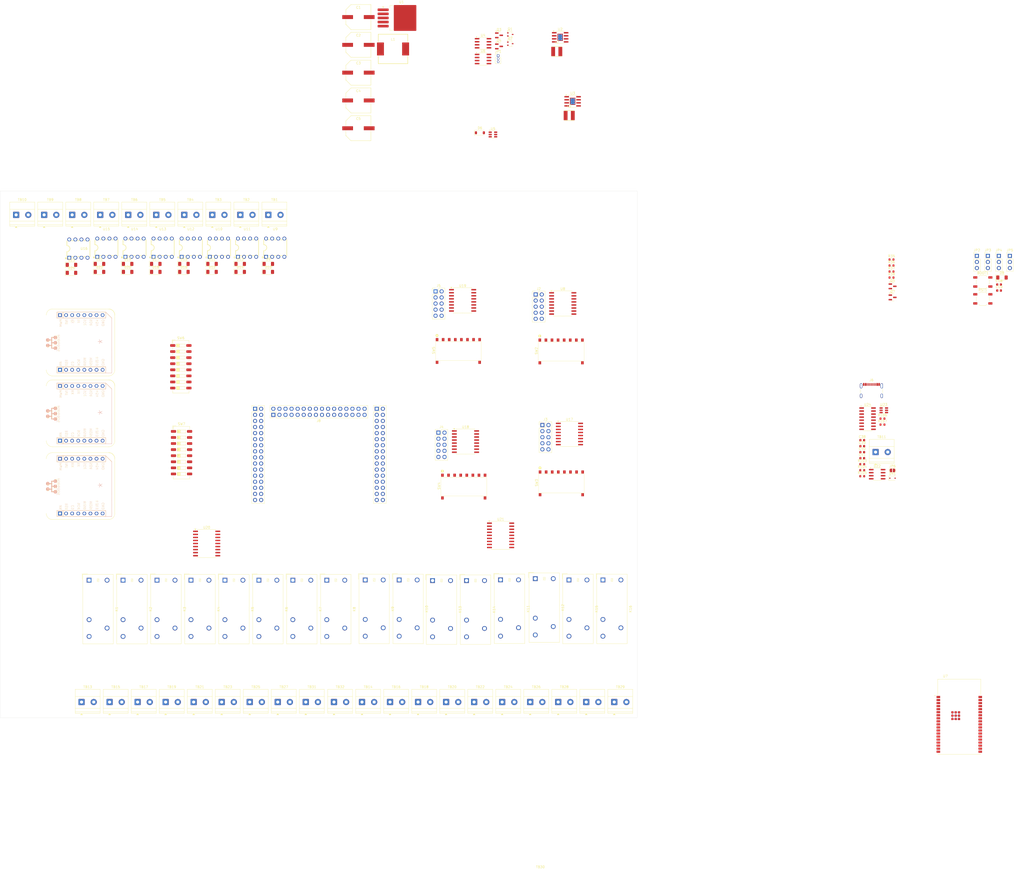
<source format=kicad_pcb>
(kicad_pcb (version 20241229) (generator "pcbnew") (generator_version "9.0")
  (layers (0 "F.Cu" signal) (2 "B.Cu" signal) (13 "F.Paste" user) (15 "B.Paste" user) (5 "F.SilkS" user "F.Silkscreen") (7 "B.SilkS" user "B.Silkscreen") (1 "F.Mask" user) (3 "B.Mask" user) (25 "Edge.Cuts" user))
  (net 0 "")
  (net 1 "/Power Supply/Buck 12V/Vin")
  (net 2 "/IO/IO PortA/P3")
  (net 3 "/Power Supply/Buck 12V/Vout")
  (net 4 "VPP")
  (net 5 "Net-(D6-Pad2)")
  (net 6 "+3V3")
  (net 7 "/Power Supply/V_REF")
  (net 8 "/Power Supply/Programable Voltage Reference/VREF")
  (net 9 "Net-(D5-K)")
  (net 10 "Net-(U2-SW)")
  (net 11 "+5V")
  (net 12 "Net-(U3-SW)")
  (net 13 "/Power Supply/VPP_en")
  (net 14 "/USB-SERIAL/DBG_UART.DTR")
  (net 15 "/IO/Inputs/RAW_A0")
  (net 16 "/IO/Inputs/RAW_A1")
  (net 17 "Net-(D9-K)")
  (net 18 "Net-(Q3-G)")
  (net 19 "Net-(D7-K)")
  (net 20 "/Power Supply/VPP_CONN_RST")
  (net 22 "Net-(U1-FB)")
  (net 23 "Net-(U2-INH(EN))")
  (net 24 "+12V")
  (net 25 "Net-(U2-VFB)")
  (net 26 "Net-(U3-INH(EN))")
  (net 27 "Net-(U3-VFB)")
  (net 28 "Net-(U4A-INA-)")
  (net 29 "Net-(U4B-INB+)")
  (net 30 "/Power Supply/VPP_DAC")
  (net 31 "Net-(U4A-OUTA)")
  (net 32 "/IO/Inputs/RAW_A4")
  (net 33 "/Power Supply/VREF_DAC_SCL")
  (net 34 "/Power Supply/Programable Voltage Reference/VREF_4.096V")
  (net 35 "/Power Supply/VREF_DAC_SDA")
  (net 36 "Net-(D10-K)")
  (net 37 "Net-(D11-K)")
  (net 38 "/IO/Inputs/RAW_A5")
  (net 39 "/IO/Inputs/RAW_A2")
  (net 40 "Net-(D12-K)")
  (net 41 "/IO/Inputs/RAW_A3")
  (net 42 "Net-(D13-K)")
  (net 43 "Net-(D14-K)")
  (net 44 "/IO/Inputs/RAW_A6")
  (net 45 "Net-(D15-K)")
  (net 46 "/IO/Inputs/RAW_A7")
  (net 47 "/IO/Inputs/RAW_B0")
  (net 48 "Net-(D16-K)")
  (net 49 "/IO/Inputs/RAW_B1")
  (net 50 "Net-(D17-K)")
  (net 51 "/IO/Inputs/RAW_B2")
  (net 52 "Net-(D18-K)")
  (net 53 "Net-(D19-K)")
  (net 54 "/IO/Inputs/RAW_B3")
  (net 55 "/IO/Inputs/RAW_B4")
  (net 56 "Net-(D20-K)")
  (net 57 "Net-(D21-K)")
  (net 58 "/IO/Inputs/RAW_B5")
  (net 59 "/IO/Inputs/RAW_B6")
  (net 60 "Net-(D22-K)")
  (net 61 "/IO/Inputs/RAW_B7")
  (net 62 "Net-(D23-K)")
  (net 63 "/IO/IO PortA/P1")
  (net 64 "/IO/IO PortA/P2")
  (net 65 "/IO/IO PortA/P6")
  (net 66 "/IO/IO PortA/P0")
  (net 67 "/IO/IO PortA/P4")
  (net 68 "/IO/IO PortA/P7")
  (net 69 "/IO/IO PortA/P5")
  (net 70 "/IO/IO PortB/P1")
  (net 71 "/IO/IO PortB/P5")
  (net 72 "/IO/IO PortB/P7")
  (net 73 "/IO/IO PortB/P3")
  (net 74 "/IO/IO PortB/P6")
  (net 75 "/IO/IO PortB/P4")
  (net 76 "/IO/IO PortB/P0")
  (net 77 "/IO/IO PortB/P2")
  (net 78 "/IO/IO PortC/P7")
  (net 79 "/IO/IO PortC/P1")
  (net 80 "/IO/IO PortC/P3")
  (net 81 "/IO/IO PortC/P2")
  (net 82 "/IO/IO PortC/P4")
  (net 83 "/IO/IO PortC/P5")
  (net 84 "/IO/IO PortC/P6")
  (net 85 "/IO/IO PortC/P0")
  (net 86 "/IO/IO PortD/P2")
  (net 87 "/IO/IO PortD/P6")
  (net 88 "/IO/IO PortD/P3")
  (net 89 "/IO/IO PortD/P5")
  (net 90 "/IO/IO PortD/P4")
  (net 91 "/IO/IO PortD/P0")
  (net 92 "/IO/IO PortD/P7")
  (net 93 "/IO/IO PortD/P1")
  (net 94 "/IO/Output PortC/NC0")
  (net 95 "Net-(Q1-G)")
  (net 96 "Net-(Q1-D)")
  (net 97 "Net-(Q1-S)")
  (net 98 "Net-(Q2-C)")
  (net 99 "Net-(U22-Vref)")
  (net 100 "/IO/I2C.SDA")
  (net 101 "/Can Bus/CAN_L")
  (net 102 "/IO/I2C.SCL")
  (net 103 "/IO/Inputs/Isolated Input/IVCC")
  (net 104 "Net-(U6-FEEDBACK)")
  (net 105 "/IO/Output PortC/COMM0")
  (net 106 "/IO/IO_INTR0")
  (net 107 "/IO/Output PortC/REL0")
  (net 108 "/IO/Output PortC/NO0")
  (net 109 "/IO/Output PortC/Relay Circuit1/Coil")
  (net 110 "Net-(J6-CC2)")
  (net 111 "Net-(J6-VBUS-PadA4)")
  (net 112 "/IO/Output PortC/Relay Circuit1/COMM")
  (net 113 "/IO/Output PortC/NO2")
  (net 114 "/IO/Output PortC/REL2")
  (net 115 "/IO/Output PortC/NC2")
  (net 116 "/IO/Output PortC/REL3")
  (net 117 "/IO/Output PortC/NO3")
  (net 118 "/IO/Output PortC/COMM1")
  (net 119 "/IO/Output PortC/NC3")
  (net 120 "/IO/Output PortC/NC4")
  (net 121 "/IO/Output PortC/REL4")
  (net 122 "/IO/Output PortC/REL5")
  (net 123 "/IO/Output PortC/NO5")
  (net 124 "/IO/Output PortC/NC5")
  (net 125 "/IO/Output PortC/Relay Circuit6/COMM")
  (net 126 "/IO/Output PortC/NC6")
  (net 127 "/IO/Output PortC/REL6")
  (net 128 "/IO/Output PortC/NO6")
  (net 129 "/IO/Output PortC/REL7")
  (net 130 "/IO/Output PortC/NC7")
  (net 131 "/IO/Output PortC/NO7")
  (net 132 "/IO/Output PortD/NO0")
  (net 133 "/IO/Output PortD/REL0")
  (net 134 "/IO/Output PortD/COMM0")
  (net 135 "/IO/Output PortD/NC0")
  (net 136 "/IO/Output PortD/Relay Circuit1/Coil")
  (net 137 "/IO/Output PortD/Relay Circuit1/COMM")
  (net 138 "Net-(U24-UD-)")
  (net 140 "/IO/Output PortD/REL2")
  (net 141 "/IO/Output PortD/NC2")
  (net 142 "/IO/Output PortD/NO2")
  (net 143 "/IO/Output PortD/COMM1")
  (net 144 "/IO/Output PortD/REL3")
  (net 145 "/IO/Output PortD/NC3")
  (net 146 "/IO/Output PortD/NO3")
  (net 147 "/IO/Output PortD/REL4")
  (net 148 "/IO/Output PortD/NC4")
  (net 149 "/IO/Output PortD/NC5")
  (net 150 "/IO/Output PortD/NO5")
  (net 151 "/IO/Output PortD/REL5")
  (net 152 "/IO/Output PortD/REL6")
  (net 153 "/IO/Output PortD/Relay Circuit6/COMM")
  (net 154 "/IO/Output PortD/NC6")
  (net 155 "/IO/Output PortD/NO6")
  (net 156 "/IO/Output PortD/NC7")
  (net 157 "/IO/Output PortD/REL7")
  (net 158 "/IO/Output PortD/NO7")
  (net 159 "/IO/IO PortA/ADDR[0..2]")
  (net 160 "/IO/IO PortB/ADDR[0..2]")
  (net 161 "/IO/IO PortB/INTR_N")
  (net 162 "/IO/IO_INTR1")
  (net 163 "/IO/IO PortC/ADDR[0..2]")
  (net 164 "/IO/IO PortD/ADDR[0..2]")
  (net 165 "/IO/IO PortD/INTR_N")
  (net 166 "/IO/Output PortC/OUT4")
  (net 167 "/IO/Output PortC/OUT1")
  (net 168 "/IO/Output PortC/OUT3")
  (net 169 "/IO/Output PortC/REL1")
  (net 170 "/IO/Output PortC/OUT2")
  (net 171 "/IO/Output PortC/OUT0")
  (net 172 "/IO/Output PortC/OUT5")
  (net 173 "/IO/Output PortC/OUT7")
  (net 174 "/IO/Output PortC/OUT6")
  (net 175 "/IO/Output PortD/REL1")
  (net 176 "/MCU/JTAG.TDI")
  (net 177 "Net-(D24-K)")
  (net 178 "/MCU/JTAG.TMS")
  (net 180 "/Can Bus/CAN_H")
  (net 181 "Net-(U7-NC-Pad27)")
  (net 182 "/MCU/GPI.34")
  (net 183 "/MikroBUS Socket 0/PWM")
  (net 184 "/USB-SERIAL/DBG_UART.RTS")
  (net 185 "Net-(D8-A)")
  (net 186 "/MCU/VSPI.CS0")
  (net 188 "/MCU/GPI.35")
  (net 189 "/MCU/I2C1.SDA")
  (net 190 "Net-(U24-UD+)")
  (net 191 "/MikroBUS Socket 0/INTR")
  (net 194 "/MCU/JTAG.TDO")
  (net 195 "/MCU/GPI.36")
  (net 196 "/MCU/GPI.39")
  (net 198 "/MikroBUS Socket 0/UART.RX")
  (net 199 "/MikroBUS Socket 0/ANALOG")
  (net 201 "/MCU/I2C1.SCL")
  (net 204 "/MCU/JTAG.TCK")
  (net 205 "/MikroBUS Socket 0/RTS")
  (net 206 "/MikroBUS Socket 0/UART.TX")
  (net 207 "Net-(J6-CC1)")
  (net 208 "/IO/Output PortD/OUT5")
  (net 209 "/IO/Output PortD/OUT0")
  (net 210 "/IO/Output PortD/OUT6")
  (net 211 "/IO/Output PortD/OUT1")
  (net 212 "/IO/Output PortD/OUT4")
  (net 213 "/IO/Output PortD/OUT3")
  (net 214 "/IO/Output PortD/OUT2")
  (net 215 "/IO/Output PortD/OUT7")
  (net 216 "/MCU/VSPI.CS1")
  (net 217 "/MikroBUS Socket 1/ANALOG")
  (net 218 "/MikroBUS Socket 1/UART.RX")
  (net 219 "/MikroBUS Socket 1/UART.TX")
  (net 220 "/MikroBUS Socket 1/RTS")
  (net 221 "/MikroBUS Socket 1/INTR")
  (net 222 "/MikroBUS Socket 1/PWM")
  (net 223 "/MikroBUS Socket 2/ANALOG")
  (net 224 "/IO/Output PortC/NO1")
  (net 225 "/MikroBUS Socket 2/UART.RX")
  (net 226 "/MikroBUS Socket 2/RTS")
  (net 227 "/IO/Output PortC/NC1")
  (net 228 "/IO/Output PortD/NC1")
  (net 229 "/MikroBUS Socket 2/PWM")
  (net 230 "/IO/Output PortD/NO1")
  (net 231 "/MikroBUS Socket 2/INTR")
  (net 232 "/MikroBUS Socket 2/UART.TX")
  (net 233 "/MCU/IO33")
  (net 234 "Net-(D41-K)")
  (net 235 "/Can Bus/CAN.RX")
  (net 236 "/MCU/HSPI.CS")
  (net 237 "/MCU/IO15")
  (net 238 "/VSPI.CS0")
  (net 239 "/MCU/HSPI.SCK")
  (net 240 "/VSPI.CS1")
  (net 241 "/MCU/HSPI.MOSI")
  (net 242 "/MCU/HSPI.MISO")
  (net 244 "Net-(JP6-A)")
  (net 245 "/MCU/I2C0.SDA")
  (net 246 "/MCU/I2C0.SCL")
  (net 247 "/Can Bus/CAN.TX")
  (net 248 "Net-(U22-D)")
  (net 249 "/MCU/VSPI.MOSI")
  (net 250 "/MCU/IO32")
  (net 252 "/MCU/VSPI.MISO")
  (net 253 "/MCU/VSPI.SCK")
  (net 261 "Net-(U24-XO)")
  (net 264 "Net-(U24-XI)")
  (net 357 "Net-(JP3-C)")
  (net 358 "Net-(JP4-C)")
  (net 359 "/USB-SERIAL/DBG_UART.RX")
  (net 360 "/USB-SERIAL/DBG_UART.TX")
  (footprint "Relay_THT:Relay_SPDT_Omron_G2RL-1" (layer "F.Cu") (at 228.75 187.9)
    (property "Reference" "K9")
    (property "Value" "G2RL-1")
  )
  (footprint "Relay_THT:Relay_SPDT_Omron_G2RL-1" (layer "F.Cu") (at 156 188)
    (property "Reference" "K4")
    (property "Value" "G2RL-1")
  )
  (footprint "Connector_PinHeader_2.54mm:PinHeader_2x05_P2.54mm_Vertical" (layer "F.Cu") (at 299.9 68.66)
    (property "Reference" "J2")
    (property "Value" "Conn_02x05_Odd_Even")
  )
  (footprint "Diode_SMD:D_MiniMELF" (layer "F.Cu") (at 164.798929 59.23)
    (property "Reference" "D12")
    (property "Value" "LL4148")
  )
  (footprint "Connectors:mcu_conn" (layer "F.Cu") (at 209.3 136.4)
    (property "Reference" "J8")
    (property "Value" "MCU_MODULE_CONN")
  )
  (footprint "TerminalBlock_Phoenix:TerminalBlock_Phoenix_MKDS-1,5-2-5.08_1x02_P5.08mm_Horizontal" (layer "F.Cu") (at 441.795 134.485)
    (property "Reference" "TB11")
    (property "Value" "MKDSN 1,5/ 2-5,08")
  )
  (footprint "TerminalBlock_Phoenix:TerminalBlock_Phoenix_MKDS-1,5-2-5.08_1x02_P5.08mm_Horizontal" (layer "F.Cu") (at 94.7 35.4)
    (property "Reference" "TB9")
    (property "Value" "MKDSN 1,5/ 2-5,08")
  )
  (footprint "Connector_PinHeader_1.27mm:PinHeader_1x03_P1.27mm_Vertical" (layer "F.Cu") (at 284.2225 -31.075)
    (property "Reference" "JP1")
    (property "Value" "REF-SEL")
  )
  (footprint "Relay_THT:Relay_SPDT_Omron_G2RL-1" (layer "F.Cu") (at 313.8 187.9)
    (property "Reference" "K15")
    (property "Value" "G2RL-1")
  )
  (footprint "ICs:PDIP-8_L9.6-W6.4-P2.54-LS7.9-BL" (layer "F.Cu") (at 144.185357 49.11)
    (property "Reference" "U13")
    (property "Value" "HCPL2630SDVM")
  )
  (footprint "TerminalBlock_Phoenix:TerminalBlock_Phoenix_MKDS-1,5-2-5.08_1x02_P5.08mm_Horizontal" (layer "F.Cu") (at 227.4 238.9)
    (property "Reference" "TB14")
    (property "Value" "MKDSN 1,5/ 2-5,08")
  )
  (footprint "Relay_THT:Relay_SPDT_Omron_G2RL-1" (layer "F.Cu") (at 285.2375 187.8625)
    (property "Reference" "K11")
    (property "Value" "G2RL-1")
  )
  (footprint "Resistor_SMD:R_0603_1608Metric" (layer "F.Cu") (at 444.675 123.015)
    (property "Reference" "R107")
    (property "Value" "5K1")
  )
  (footprint "Connector_PinHeader_2.54mm:PinHeader_1x03_P2.54mm_Vertical" (layer "F.Cu") (at 497.855 52.535)
    (property "Reference" "JP5")
    (property "Value" "Jumper_3_Open")
  )
  (footprint "ICs:PDIP-8_L9.6-W6.4-P2.54-LS7.9-BL" (layer "F.Cu") (at 191.1725 49.11)
    (property "Reference" "U9")
    (property "Value" "HCPL2630SDVM")
  )
  (footprint "Resistor_SMD:R_0603_1608Metric" (layer "F.Cu") (at 436.225 144.565)
    (property "Reference" "R105")
    (property "Value" "4K7")
  )
  (footprint "Package_SO:SOIC-18W_7.5x11.6mm_P1.27mm" (layer "F.Cu") (at 285.25 169.27)
    (property "Reference" "U21")
    (property "Value" "ULN2803A")
  )
  (footprint "Button_Switch_SMD:SW_SPST_TL3342" (layer "F.Cu") (at 486.565 63.435)
    (property "Reference" "BOOT1")
    (property "Value" "TL3342F160QG")
  )
  (footprint "Passive:CAP-SMD_BD10.0-L10.3-W10.3-LS10.9-FD" (layer "F.Cu") (at 225.9 -12.39)
    (property "Reference" "C4")
    (property "Value" "330uF")
  )
  (footprint "Diode_SMD:D_MiniMELF" (layer "F.Cu") (at 141.305357 59.23)
    (property "Reference" "D18")
    (property "Value" "LL4148")
  )
  (footprint "TerminalBlock_Phoenix:TerminalBlock_Phoenix_MKDS-1,5-2-5.08_1x02_P5.08mm_Horizontal" (layer "F.Cu") (at 168.82 238.9)
    (property "Reference" "TB23")
    (property "Value" "MKDSN 1,5/ 2-5,08")
  )
  (footprint "Passive:CAP-SMD_BD10.0-L10.3-W10.3-LS10.9-FD" (layer "F.Cu") (at 225.9 -47.22)
    (property "Reference" "C1")
    (property "Value" "330uF")
  )
  (footprint "Resistor_SMD:R_0603_1608Metric" (layer "F.Cu") (at 436.225 139.545)
    (property "Reference" "R103")
    (property "Value" "2K")
  )
  (footprint "Connector_PinHeader_2.54mm:PinHeader_1x03_P2.54mm_Vertical" (layer "F.Cu") (at 488.675 52.535)
    (property "Reference" "JP3")
    (property "Value" "Jumper_3_Open")
  )
  (footprint "TerminalBlock_Phoenix:TerminalBlock_Phoenix_MKDS-1,5-2-5.08_1x02_P5.08mm_Horizontal" (layer "F.Cu") (at 122.02 238.9)
    (property "Reference" "TB15")
    (property "Value" "MKDSN 1,5/ 2-5,08")
  )
  (footprint "Diode_SMD:D_SOD-123" (layer "F.Cu") (at 276.6175 1.105)
    (property "Reference" "D6")
    (property "Value" "PMEG3010ER,115")
  )
  (footprint "TerminalBlock_Phoenix:TerminalBlock_Phoenix_MKDS-1,5-2-5.08_1x02_P5.08mm_Horizontal" (layer "F.Cu") (at 321 238.9)
    (property "Reference" "TB30")
    (property "Value" "MKDSN 1,5/ 2-5,08")
  )
  (footprint "TerminalBlock_Phoenix:TerminalBlock_Phoenix_MKDS-1,5-2-5.08_1x02_P5.08mm_Horizontal" (layer "F.Cu") (at 141.5 35.4)
    (property "Reference" "TB5")
    (property "Value" "MKDSN 1,5/ 2-5,08")
  )
  (footprint "Connectors:TDS08SGRNTU04" (layer "F.Cu") (at 315.6 92.7)
    (property "Reference" "SW2")
    (property "Value" "TDS08SGRNTU04")
  )
  (footprint "Diode_SMD:D_SOD-323F" (layer "F.Cu") (at 448.85 145.395)
    (property "Reference" "D41")
    (property "Value" "BAT54J")
  )
  (footprint "Connector_PinHeader_2.54mm:PinHeader_1x03_P2.54mm_Vertical" (layer "F.Cu") (at 493.265 52.535)
    (property "Reference" "JP4")
    (property "Value" "Jumper_3_Open")
  )
  (footprint "ICs:PDIP-8_L9.6-W6.4-P2.54-LS7.9-BL" (layer "F.Cu") (at 179.425714 49.11)
    (property "Reference" "U11")
    (property "Value" "HCPL2630SDVM")
  )
  (footprint "Package_SO:SOIC-18W_7.5x11.6mm_P1.27mm" (layer "F.Cu") (at 162.55 172.68)
    (property "Reference" "U20")
    (property "Value" "ULN2803A")
  )
  (footprint "Relay_THT:Relay_SPDT_Omron_G2RL-1" (layer "F.Cu") (at 170.175 188)
    (property "Reference" "K5")
    (property "Value" "G2RL-1")
  )
  (footprint "Button_Switch_SMD:SW_SPST_TL3342" (layer "F.Cu") (at 486.565 70.485)
    (property "Reference" "RST1")
    (property "Value" "TL3342F160QG")
  )
  (footprint "Capacitor_SMD:C_0603_1608Metric" (layer "F.Cu") (at 493.345 64.505)
    (property "Reference" "C48")
    (property "Value" "10nF")
  )
  (footprint "Diode_SMD:D_MiniMELF" (layer "F.Cu") (at 106.12 59.62)
    (property "Reference" "D24")
    (property "Value" "LL4148")
  )
  (footprint "Relay_THT:Relay_SPDT_Omron_G2RL-1" (layer "F.Cu") (at 113.475 188)
    (property "Reference" "K1")
    (property "Value" "G2RL-1")
  )
  (footprint "Package_TO_SOT_SMD:SOT-23" (layer "F.Cu") (at 284.6025 -39.59)
    (property "Reference" "Q3")
    (property "Value" "DMN2058U-7")
  )
  (footprint "Package_TO_SOT_SMD:SOT-23" (layer "F.Cu") (at 284.6025 -34.965)
    (property "Reference" "Q4")
    (property "Value" "DMN2058U-7")
  )
  (footprint "Relay_THT:Relay_SPDT_Omron_G2RL-1" (layer "F.Cu") (at 198.525 188)
    (property "Reference" "K7")
    (property "Value" "G2RL-1")
  )
  (footprint "Relay_THT:Relay_SPDT_Omron_G2RL-1" (layer "F.Cu") (at 184.35 188)
    (property "Reference" "K6")
    (property "Value" "G2RL-1")
  )
  (footprint "Relay_THT:Relay_SPDT_Omron_G2RL-1" (layer "F.Cu") (at 299.7375 187.3625)
    (property "Reference" "K12")
    (property "Value" "G2RL-1")
  )
  (footprint "Package_TO_SOT_SMD:SOT-23-6" (layer "F.Cu") (at 445.245 117.03)
    (property "Reference" "U23")
    (property "Value" "USBLC6-2SC6")
  )
  (footprint "Capacitor_SMD:C_0603_1608Metric" (layer "F.Cu") (at 493.345 67.015)
    (property "Reference" "C49")
    (property "Value" "10nF")
  )
  (footprint "TerminalBlock_Phoenix:TerminalBlock_Phoenix_MKDS-1,5-2-5.08_1x02_P5.08mm_Horizontal" (layer "F.Cu") (at 188.3 35.4)
    (property "Reference" "TB1")
    (property "Value" "MKDSN 1,5/ 2-5,08")
  )
  (footprint "Diode_SMD:D_MiniMELF" (layer "F.Cu") (at 188.2925 59.23)
    (property "Reference" "D10")
    (property "Value" "LL4148")
  )
  (footprint "Passive:CAP-SMD_BD10.0-L10.3-W10.3-LS10.9-FD" (layer "F.Cu") (at 225.9 -0.78)
    (property "Reference" "C5")
    (property "Value" "330uF")
  )
  (footprint "Resistor_SMD:R_0603_1608Metric" (layer "F.Cu") (at 448.445 59.085)
    (property "Reference" "R37")
    (property "Value" "4K7")
  )
  (footprint "Diode_SMD:D_MiniMELF" (layer "F.Cu") (at 176.545714 55.89)
    (property "Reference" "D13")
    (property "Value" "LL4148")
  )
  (footprint "TerminalBlock_Phoenix:TerminalBlock_Phoenix_MKDS-1,5-2-5.08_1x02_P5.08mm_Horizontal" (layer "F.Cu") (at 297.6 238.9)
    (property "Reference" "TB26")
    (property "Value" "MKDSN 1,5/ 2-5,08")
  )
  (footprint "TerminalBlock_Phoenix:TerminalBlock_Phoenix_MKDS-1,5-2-5.08_1x02_P5.08mm_Horizontal" (layer "F.Cu") (at 176.6 35.4)
    (property "Reference" "TB2")
    (property "Value" "MKDSN 1,5/ 2-5,08")
  )
  (footprint "TerminalBlock_Phoenix:TerminalBlock_Phoenix_MKDS-1,5-2-5.08_1x02_P5.08mm_Horizontal" (layer "F.Cu") (at 332.7 238.9)
    (property "Reference" "TB29")
    (property "Value" "MKDSN 1,5/ 2-5,08")
  )
  (footprint "TerminalBlock_Phoenix:TerminalBlock_Phoenix_MKDS-1,5-2-5.08_1x02_P5.08mm_Horizontal" (layer "F.Cu") (at 203.92 238.9)
    (property "Reference" "TB31")
    (property "Value" "MKDSN 1,5/ 2-5,08")
  )
  (footprint "Package_TO_SOT_SMD:SOT-323_SC-70" (layer "F.Cu") (at 289.2825 -39.96)
    (property "Reference" "Q1")
    (property "Value" "DMP2160UW-7")
  )
  (footprint "Package_TO_SOT_SMD:TO-263-5_TabPin3" (layer "F.Cu") (at 243.875 -46.85)
    (property "Reference" "U1")
    (property "Value" "LM2575-12BU")
  )
  (footprint "TerminalBlock_Phoenix:TerminalBlock_Phoenix_MKDS-1,5-2-5.08_1x02_P5.08mm_Horizontal" (layer "F.Cu") (at 118.1 35.4)
    (property "Reference" "TB7")
    (property "Value" "MKDSN 1,5/ 2-5,08")
  )
  (footprint "Diode_SMD:D_MiniMELF" (layer "F.Cu") (at 176.545714 59.23)
    (property "Reference" "D14")
    (property "Value" "LL4148")
  )
  (footprint "ICs:PDIP-8_L9.6-W6.4-P2.54-LS7.9-BL" (layer "F.Cu") (at 120.691786 49.11)
    (property "Reference" "U15")
    (property "Value" "HCPL2630SDVM")
  )
  (footprint "Button_Switch_SMD:SW_DIP_SPSTx08_Slide_6.7x21.88mm_W6.73mm_P2.54mm_LowProfile_JPin" (layer "F.Cu") (at 151.765 98.85)
    (property "Reference" "SW6")
    (property "Value" "SW_DIP_x08")
  )
  (footprint "ICs:PDIP-8_L9.6-W6.4-P2.54-LS7.9-BL" (layer "F.Cu") (at 155.932143 49.11)
    (property "Reference" "U12")
    (property "Value" "HCPL2630SDVM")
  )
  (footprint "Capacitor_SMD:C_0603_1608Metric" (layer "F.Cu") (at 436.225 129.505)
    (property "Reference" "C38")
    (property "Value" "30pF 50v")
  )
  (footprint "Connectors:MIKROBUS_HOST_CONN" (layer "F.Cu") (at 101.3275 129.73 90)
    (property "Reference" "CON2" (hide yes))
    (property "Value" "MIKROBUS_HOST_CONN" (hide yes))
  )
  (footprint "Connectors:TDS08SGRNTU04" (layer "F.Cu") (at 274.95 149.145343)
    (property "Reference" "SW4")
    (property "Value" "TDS08SGRNTU04")
  )
  (footprint "TerminalBlock_Phoenix:TerminalBlock_Phoenix_MKDS-1,5-2-5.08_1x02_P5.08mm_Horizontal" (layer "F.Cu") (at 164.9 35.4)
    (property "Reference" "TB3")
    (property "Value" "MKDSN 1,5/ 2-5,08")
  )
  (footprint "TerminalBlock_Phoenix:TerminalBlock_Phoenix_MKDS-1,5-2-5.08_1x02_P5.08mm_Horizontal" (layer "F.Cu") (at 133.72 238.9)
    (property "Reference" "TB17")
    (property "Value" "MKDSN 1,5/ 2-5,08")
  )
  (footprint "TerminalBlock_Phoenix:TerminalBlock_Phoenix_MKDS-1,5-2-5.08_1x02_P5.08mm_Horizontal" (layer "F.Cu") (at 83 35.4)
    (property "Reference" "TB10")
    (property "Value" "MKDSN 1,5/ 2-5,08")
  )
  (footprint "TerminalBlock_Phoenix:TerminalBlock_Phoenix_MKDS-1,5-2-5.08_1x02_P5.08mm_Horizontal" (layer "F.Cu") (at 106.4 35.4)
    (property "Reference" "TB8")
    (property "Value" "MKDSN 1,5/ 2-5,08")
  )
  (footprint "TerminalBlock_Phoenix:TerminalBlock_Phoenix_MKDS-1,5-2-5.08_1x02_P5.08mm_Horizontal" (layer "F.Cu") (at 129.8 35.4)
    (property "Reference" "TB6")
    (property "Value" "MKDSN 1,5/ 2-5,08")
  )
  (footprint "Diode_SMD:D_MiniMELF" (layer "F.Cu") (at 117.811786 59.23)
    (property "Reference" "D22")
    (property "Value" "LL4148")
  )
  (footprint "Connector_USB:USB_C_Receptacle_GCT_USB4105-xx-A_16P_TopMnt_Horizontal" (layer "F.Cu") (at 440.065 109.925)
    (property "Reference" "J6")
    (property "Value" "USB_C_Receptacle")
  )
  (footprint "Resistor_SMD:R_0603_1608Metric" (layer "F.Cu") (at 436.225 142.055)
    (property "Reference" "R104")
    (property "Value" "4K7")
  )
  (footprint "Button_Switch_SMD:SW_DIP_SPSTx08_Slide_6.7x21.88mm_W6.73mm_P2.54mm_LowProfile_JPin" (layer "F.Cu") (at 152.065 134.73)
    (property "Reference" "SW7")
    (property "Value" "SW_DIP_x08")
  )
  (footprint "TerminalBlock_Phoenix:TerminalBlock_Phoenix_MKDS-1,5-2-5.08_1x02_P5.08mm_Horizontal" (layer "F.Cu") (at 110.32 238.9)
    (property "Reference" "TB13")
    (property "Value" "MKDSN 1,5/ 2-5,08")
  )
  (footprint "ICs:PDIP-8_L9.6-W6.4-P2.54-LS7.9-BL" (layer "F.Cu") (at 132.438571 49.11)
    (property "Reference" "U14")
    (property "Value" "HCPL2630SDVM")
  )
  (footprint "Connectors:MIKROBUS_HOST_CONN" (layer "F.Cu") (at 101.3275 160.13 90)
    (property "Reference" "CON3" (hide yes))
    (property "Value" "MIKROBUS_HOST_CONN" (hide yes))
  )
  (footprint "Relay_THT:Relay_SPDT_Omron_G2RL-1" (layer "F.Cu") (at 327.975 187.9)
    (property "Reference" "K16")
    (property "Value" "G2RL-1")
  )
  (footprint "TerminalBlock_Phoenix:TerminalBlock_Phoenix_MKDS-1,5-2-5.08_1x02_P5.08mm_Horizontal" (layer "F.Cu") (at 157.12 238.9)
    (property "Reference" "TB21")
    (property "Value" "MKDSN 1,5/ 2-5,08")
  )
  (footprint "Capacitor_SMD:C_0603_1608Metric" (layer "F.Cu") (at 436.225 137.035)
    (property "Reference" "C41")
    (property "Value" "30pF 50v")
  )
  (footprint "Resistor_SMD:R_0603_1608Metric" (layer "F.Cu") (at 444.675 120.505)
    (property "Reference" "R106")
    (property "Value" "5K1")
  )
  (footprint "TerminalBlock_Phoenix:TerminalBlock_Phoenix_MKDS-1,5-2-5.08_1x02_P5.08mm_Horizontal" (layer "F.Cu") (at 239.1 238.9)
    (property "Reference" "TB16")
    (property "Value" "MKDSN 1,5/ 2-5,08")
  )
  (footprint "Relay_THT:Relay_SPDT_Omron_G2RL-1" (layer "F.Cu") (at 127.65 188)
    (property "Reference" "K2")
    (property "Value" "G2RL-1")
  )
  (footprint "Diode_SMD:D_MiniMELF" (layer "F.Cu") (at 494.56 61.58)
    (property "Reference" "D8")
    (property "Value" "LL4148")
  )
  (footprint "Diode_SMD:D_MiniMELF" (layer "F.Cu") (at 106.12 56.28)
    (property "Reference" "D23")
    (property "Value" "LL4148")
  )
  (footprint "Package_SO:SOIC-8-1EP_3.9x4.9mm_P1.27mm_EP2.29x3mm_ThermalVias" (layer "F.Cu") (at 310.125 -38.755)
    (property "Reference" "U2")
    (property "Value" "ST1S10PHR")
  )
  (footprint "ICs:PDIP-8_L9.6-W6.4-P2.54-LS7.9-BL" (layer "F.Cu") (at 167.678929 49.11)
    (property "Reference" "U10")
    (property "Value" "HCPL2630SDVM")
  )
  (footprint "Package_TO_SOT_SMD:SOT-23" (layer "F.Cu") (at 448.895 65.25)
    (property "Reference" "Q5")
    (property "Value" "2N7002")
  )
  (footprint "Diode_SMD:D_MiniMELF" (layer "F.Cu") (at 188.2925 55.89)
    (property "Reference" "D9")
    (property "Value" "LL4148")
  )
  (footprint "Package_SO:SOIC-8-1EP_3.9x4.9mm_P1.27mm_EP2.29x3mm_ThermalVias" (layer "F.Cu") (at 315.325 -12.025)
    (property "Reference" "U3")
    (property "Value" "ST1S10PHR")
  )
  (footprint "Connector_PinHeader_2.54mm:PinHeader_2x05_P2.54mm_Vertical" (layer "F.Cu") (at 302.7 123.195)
    (property "Reference" "J3")
    (property "Value" "Conn_02x05_Odd_Even")
  )
  (footprint "Diode_SMD:D_MiniMELF" (layer "F.Cu") (at 164.798929 55.89)
    (property "Reference" "D11")
    (property "Value" "LL4148")
  )
  (footprint "Capacitor_SMD:C_0603_1608Metric" (layer "F.Cu") (at 436.225 134.525)
    (property "Reference" "C40")
    (property "Value" "30pF 50v")
  )
  (footprint "ICs:MODULE_ESP32-WROVER-B" (layer "F.Cu") (at 476.75 245.05)
    (property "Reference" "U7")
    (property "Value" "ESP32-WROVER-B")
  )
  (footprint "TerminalBlock_Phoenix:TerminalBlock_Phoenix_MKDS-1,5-2-5.08_1x02_P5.08mm_Horizontal" (layer "F.Cu") (at 309.3 238.9)
    (property "Reference" "TB28")
    (property "Value" "MKDSN 1,5/ 2-5,08")
  )
  (footprint "TerminalBlock_Phoenix:TerminalBlock_Phoenix_MKDS-1,5-2-5.08_1x02_P5.08mm_Horizontal" (layer "F.Cu") (at 250.8 238.9)
    (property "Reference" "TB18")
    (property "Value" "MKDSN 1,5/ 2-5,08")
  )
  (footprint "TerminalBlock_Phoenix:TerminalBlock_Phoenix_MKDS-1,5-2-5.08_1x02_P5.08mm_Horizontal" (layer "F.Cu") (at 145.42 238.9)
    (property "Reference" "TB19")
    (property "Value" "MKDSN 1,5/ 2-5,08")
  )
  (footprint "Connector_PinHeader_2.54mm:PinHeader_2x05_P2.54mm_Vertical" (layer "F.Cu") (at 258.1 67.369657)
    (property "Reference" "J5")
    (property "Value" "Conn_02x05_Odd_Even")
  )
  (footprint "Relay_THT:Relay_SPDT_Omron_G2RL-1" (layer "F.Cu") (at 141.825 188)
    (property "Reference" "K3")
    (property "Value" "G2RL-1")
  )
  (footprint "Diode_SMD:D_MiniMELF" (layer "F.Cu") (at 153.052143 55.89)
    (property "Reference" "D15")
    (property "Value" "LL4148")
  )
  (footprint "Connectors:TDS08SGRNTU04" (layer "F.Cu") (at 315.7 147.8)
    (property "Reference" "SW3")
    (property "Value" "TDS08SGRNTU04")
  )
  (footprint "Connector_PinHeader_2.54mm:PinHeader_2x05_P2.54mm_Vertical" (layer "F.Cu") (at 259.3 126.36)
    (property "Reference" "J4")
    (property "Value" "Conn_02x05_Odd_Even")
  )
  (footprint "TerminalBlock_Phoenix:TerminalBlock_Phoenix_MKDS-1,5-2-5.08_1x02_P5.08mm_Horizontal" (layer "F.Cu") (at 215.7 238.9)
    (property "Reference" "TB32")
    (property "Value" "MKDSN 1,5/ 2-5,08")
  )
  (footprint "Diode_SMD:D_MiniMELF" (layer "F.Cu") (at 141.305357 55.89)
    (property "Reference" "D17")
    (property "Value" "LL4148")
  )
  (footprint "TerminalBlock_Phoenix:TerminalBlock_Phoenix_MKDS-1,5-2-5.08_1x02_P5.08mm_Horizontal" (layer "F.Cu") (at 192.22 238.9)
    (property "Reference" "TB27")
    (property "Value" "MKDSN 1,5/ 2-5,08")
  )
  (footprint "Package_SO:SOIC-16_3.9x9.9mm_P1.27mm" (layer "F.Cu") (at 438.445 120.525)
    (property "Reference" "U24")
    (property "Value" "CH340G")
  )
  (footprint "Package_TO_SOT_SMD:SOT-23-6" (layer "F.Cu") (at 282.0625 1.83)
    (property "Reference" "U5")
    (property "Value" "MCP4726A0T-E/CH")
  )
  (footprint "Passive:CAP-SMD_BD10.0-L10.3-W10.3-LS10.9-FD" (layer "F.Cu") (at 225.9 -24)
    (property "Reference" "C3")
    (property "Value" "330uF")
  )
  (footprint "Package_SO:SOIC-16W_7.5x10.3mm_P1.27mm" (layer "F.Cu") (at 314 126.935)
    (property "Reference" "U17")
    (property "Value" "PCF8574AT")
  )
  (footprint "Diode_SMD:D_MiniMELF" (layer "F.Cu") (at 129.558571 59.23)
    (property "Reference" "D20")
    (property "Value" "LL4148")
  )
  (footprint "Package_TO_SOT_SMD:SOT-23" (layer "F.Cu") (at 448.895 69.875)
    (property "Reference" "Q7")
    (property "Value" "2N7002")
  )
  (footprint "Passive:CAP-SMD_BD10.0-L10.3-W10.3-LS10.9-FD" (layer "F.Cu") (at 225.9 -35.61)
    (property "Reference" "C2")
    (property "Value" "330uF")
  )
  (footprint "Relay_THT:Relay_SPDT_Omron_G2RL-1" (layer "F.Cu") (at 271.0375 188.1625)
    (property "Reference" "K14")
    (property "Value" "G2RL-1")
  )
  (footprint "Connector_PinHeader_2.54mm:PinHeader_1x03_P2.54mm_Vertical" (layer "F.Cu") (at 484.085 52.535)
    (property "Reference" "JP2")
    (property "Value" "Jumper_3_Open")
  )
  (footprint "Package_SO:SOIC-16W_7.5x10.3mm_P1.27mm" (layer "F.Cu") (at 270.6 130.1)
    (property "Reference" "U18")
    (property "Value" "PCF8574AT")
  )
  (footprint "Resistor_SMD:R_0603_1608Metric" (layer "F.Cu") (at 448.445 61.595)
    (property "Reference" "R38")
    (property "Value" "4K7")
  )
  (footprint "Resistor_SMD:R_0603_1608Metric" (layer "F.Cu") (at 448.445 56.575)
    (property "Reference" "R36")
    (property "Value" "4K7")
  )
  (footprint "Relay_THT:Relay_SPDT_Omron_G2RL-1" (layer "F.Cu") (at 256.8625 188.1625)
    (property "Reference" "K13")
    (property "Value" "G2RL-1")
  )
  (footprint "Diode_SMD:D_MiniMELF" (layer "F.Cu") (at 153.052143 59.23)
    (property "Reference" "D16")
    (property "Value" "LL4148")
  )
  (footprint "Package_SO:SOIC-8_3.9x4.9mm_P1.27mm" (layer "F.Cu") (at 277.9225 -36.275)
    (property "Reference" "U4")
    (property "Value" "MCP6H02T-E/SN")
  )
  (footprint "Package_SO:SOIC-8_3.9x4.9mm_P1.27mm" (layer "F.Cu") (at 277.9225 -29.695)
    (property "Reference" "U6")
    (property "Value" "MCP1501-40E/SN")
  )
  (footprint "TerminalBlock_Phoenix:TerminalBlock_Phoenix_MKDS-1,5-2-5.08_1x02_P5.08mm_Horizontal" (layer "F.Cu") (at 262.5 238.9)
    (property "Reference" "TB20")
    (property "Value" "MKDSN 1,5/ 2-5,08")
  )
  (footprint "Passive:IND-SMD_L12.3-W12.3_SMDRI127" (layer "F.Cu") (at 240.35 -33.9)
    (property "Reference" "L1")
    (property "Value" "SMDRI127-221MT")
  )
  (footprint "Connectors:MIKROBUS_HOST_CONN" (layer "F.Cu") (at 101.3275 100.13 90)
    (property "Reference" "CON1" (hide yes))
    (property "Value" "MIKROBUS_HOST_CONN" (hide yes))
  )
  (footprint "Connectors:TDS08SGRNTU04" (layer "F.Cu") (at 272.7 92.5)
    (property "Reference" "SW5")
    (property "Value" "TDS08SGRNTU04")
  )
  (footprint "Package_TO_SOT_SMD:SOT-323_SC-70" (layer "F.Cu") (at 289.2825 -36.105)
    (property "Reference" "Q2")
    (property "Value" "PDTC114EU,115")
  )
  (footprint "Diode_SMD:D_MiniMELF" (layer "F.Cu") (at 117.811786 55.89)
    (property "Reference" "D21")
    (property "Value" "LL4148")
  )
  (footprint "Package_SO:SOIC-16W_7.5x10.3mm_P1.27mm" (layer "F.Cu") (at 311.2 72.4)
    (property "Reference" "U8")
    (property "Value" "PCF8574AT")
  )
  (footprint "Relay_THT:Relay_SPDT_Omron_G2RL-1" (layer "F.Cu") (at 242.925 187.9)
    (property "Reference" "K10")
    (property "Value" "G2RL-1")
  )
  (footprint "Passive:IND-SMD_L4.0-W4.0_FNR40XXS" (layer "F.Cu") (at 313.9 -6.1)
    (property "Reference" "L3")
    (property "Value" "10uH")
  )
  (footprint "Relay_THT:Relay_SPDT_Omron_G2RL-1" (layer "F.Cu") (at 212.7 188)
    (property "Reference" "K8")
    (property "Value" "G2RL-1")
  )
  (footprint "ICs:PDIP-8_L9.6-W6.4-P2.54-LS7.9-BL" (layer "F.Cu") (at 109 49.5)
    (property "Reference" "U16")
    (property "Value" "HCPL2630SDVM")
  )
  (footprint "TerminalBlock_Phoenix:TerminalBlock_Phoenix_MKDS-1,5-2-5.08_1x02_P5.08mm_Horizontal" (layer "F.Cu") (at 274.2 238.9)
    (property "Reference" "TB22")
    (property "Value" "MKDSN 1,5/ 2-5,08")
  )
  (footprint "Package_SO:SOIC-8_3.9x4.9mm_P1.27mm" (layer "F.Cu") (at 442.455 143.725)
    (property "Reference" "U22")
    (property "Value" "SN65HVD231")
  )
  (footprint "TerminalBlock_Phoenix:TerminalBlock_Phoenix_MKDS-1,5-2-5.08_1x02_P5.08mm_Horizontal" (layer "F.Cu") (at 285.9 238.9)
    (property "Reference" "TB24")
    (property "Value" "MKDSN 1,5/ 2-5,08")
  )
  (footprint "Passive:IND-SMD_L4.0-W4.0_FNR40XXS" (layer "F.Cu") (at 308.7 -32.83)
    (property "Reference" "L2")
    (property "Value" "10uH")
  )
  (footprint "Package_SO:SOIC-16W_7.5x10.3mm_P1.27mm" (layer "F.Cu") (at 269.4 71.109657)
    (property "Reference" "U19")
    (property "Value" "PCF8574AT")
  )
  (footprint "TerminalBlock_Phoenix:TerminalBlock_Phoenix_MKDS-1,5-2-5.08_1x02_P5.08mm_Horizontal" (layer "F.Cu") (at 153.2 35.4)
    (property "Reference" "TB4")
    (property "Value" "MKDSN 1,5/ 2-5,08")
  )
  (footprint "Resistor_SMD:R_0603_1608Metric" (layer "F.Cu") (at 448.445 54.065)
    (property "Reference" "R35")
    (property "Value" "4K7")
  )
  (footprint "Jumper:SolderJumper-2_P1.3mm_Open_RoundedPad1.0x1.5mm" (layer "F.Cu") (at 448.855 142.145)
    (property "Reference" "JP6")
    (property "Value" "SolderJumper_2_Open")
  )
  (footprint "Capacitor_SMD:C_0603_1608Metric" (layer "F.Cu") (at 436.225 132.015)
    (property "Reference" "C39")
    (property "Value" "100nF")
  )
  (footprint "Diode_SMD:D_MiniMELF" (layer "F.Cu") (at 129.558571 55.89)
    (property "Reference" "D19")
    (property "Value" "LL4148")
  )
  (footprint "TerminalBlock_Phoenix:TerminalBlock_Phoenix_MKDS-1,5-2-5.08_1x02_P5.08mm_Horizontal" (layer "F.Cu") (at 180.52 238.9)
    (property "Reference" "TB25")
    (property "Value" "MKDSN 1,5/ 2-5,08")
  )
  (gr_rect (start 76.3 25.4) (end 342.3 245.4) (stroke (width 0.05)) (fill no) (layer "Edge.Cuts"))
)
</source>
